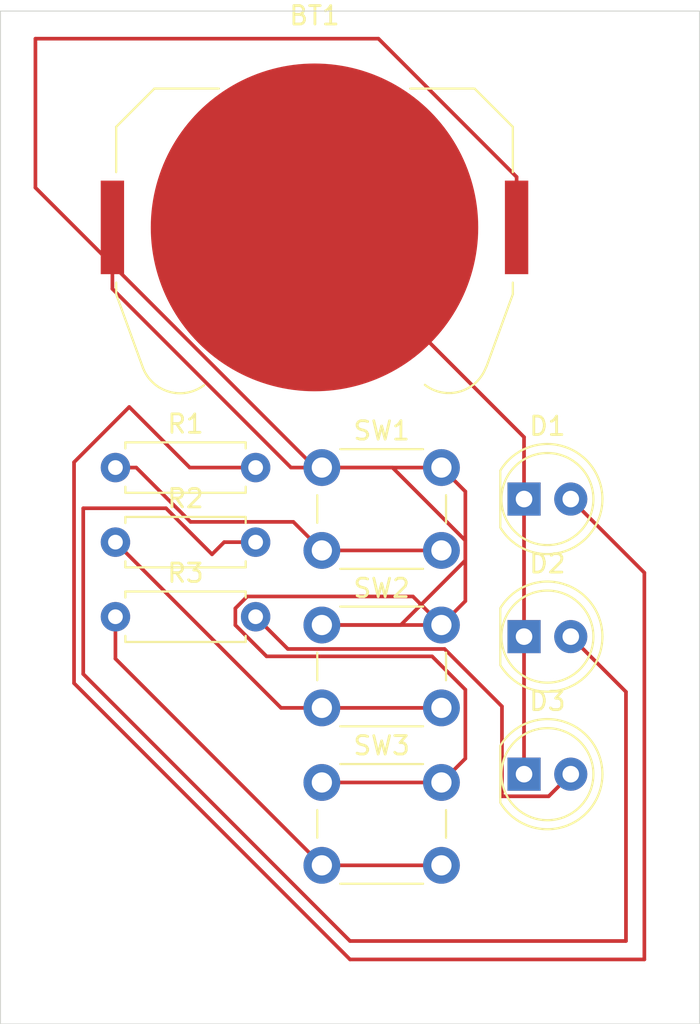
<source format=kicad_pcb>
(kicad_pcb (version 20241229) (generator "pcbnew") (generator_version "9.0")
  (layers (0 "F.Cu" signal) (2 "B.Cu" signal) (13 "F.Paste" user) (15 "B.Paste" user) (5 "F.SilkS" user "F.Silkscreen") (7 "B.SilkS" user "B.Silkscreen") (1 "F.Mask" user) (3 "B.Mask" user) (25 "Edge.Cuts" user))
  (net 0 "")
  (net 1 "Net-(BT1-+)")
  (net 2 "Net-(BT1--)")
  (net 3 "Net-(D1-A)")
  (net 4 "Net-(D2-A)")
  (net 5 "Net-(D3-A)")
  (net 6 "Net-(R1-Pad1)")
  (net 7 "Net-(R2-Pad1)")
  (net 8 "Net-(R3-Pad1)")
  (footprint "Resistor_THT:R_Axial_DIN0207_L6.3mm_D2.5mm_P7.62mm_Horizontal" (layer "F.Cu") (at 138.75 95.79)
    (property "Reference" "R1" (at 3.81 -2.37 0) (layer "F.SilkS"))
    (property "Value" "R")
    (fp_line (start 0.54 -1.37) (end 7.08 -1.37) (stroke (width 0.12)) (layer "F.SilkS"))
    (fp_line (start 0.54 -1.04) (end 0.54 -1.37) (stroke (width 0.12)) (layer "F.SilkS"))
    (fp_line (start 0.54 1.04) (end 0.54 1.37) (stroke (width 0.12)) (layer "F.SilkS"))
    (fp_line (start 0.54 1.37) (end 7.08 1.37) (stroke (width 0.12)) (layer "F.SilkS"))
    (fp_line (start 7.08 -1.37) (end 7.08 -1.04) (stroke (width 0.12)) (layer "F.SilkS"))
    (fp_line (start 7.08 1.37) (end 7.08 1.04) (stroke (width 0.12)) (layer "F.SilkS"))
    (pad "1" thru_hole circle (at 0 0) (size 1.6 1.6) (drill 0.8) (layers "*.Cu" "*.Mask") (net 6 "Net-(R1-Pad1)"))
    (pad "2" thru_hole circle (at 7.62 0) (size 1.6 1.6) (drill 0.8) (layers "*.Cu" "*.Mask") (net 3 "Net-(D1-A)"))
  )
  (footprint "Battery:BatteryHolder_Keystone_3034_1x20mm" (layer "F.Cu") (at 149.57 82.748075)
    (property "Reference" "BT1" (at 0 -11.5 0) (layer "F.SilkS"))
    (property "Value" "Battery_Cell")
    (fp_line (start -10.78 -5.46) (end -10.78 -3) (stroke (width 0.12)) (layer "F.SilkS"))
    (fp_line (start -10.78 3) (end -10.78 3.63) (stroke (width 0.12)) (layer "F.SilkS"))
    (fp_line (start -10.78 3.63) (end -9.34 7.58) (stroke (width 0.12)) (layer "F.SilkS"))
    (fp_line (start -8.7 -7.54) (end -10.78 -5.46) (stroke (width 0.12)) (layer "F.SilkS"))
    (fp_line (start -5.2 -7.54) (end -8.7 -7.54) (stroke (width 0.12)) (layer "F.SilkS"))
    (fp_line (start 8.7 -7.54) (end 5.2 -7.54) (stroke (width 0.12)) (layer "F.SilkS"))
    (fp_line (start 8.7 -7.54) (end 10.78 -5.46) (stroke (width 0.12)) (layer "F.SilkS"))
    (fp_line (start 10.78 -5.46) (end 10.78 -3) (stroke (width 0.12)) (layer "F.SilkS"))
    (fp_line (start 10.78 3) (end 10.78 3.63) (stroke (width 0.12)) (layer "F.SilkS"))
    (fp_line (start 10.78 3.63) (end 9.34 7.58) (stroke (width 0.12)) (layer "F.SilkS"))
    (fp_arc (start -6.003354 8.56653) (mid -7.921654 8.918738) (end -9.34 7.58) (stroke (width 0.12)) (layer "F.SilkS"))
    (fp_arc (start 9.325243 7.588169) (mid 7.90634 8.911668) (end 6 8.55) (stroke (width 0.12)) (layer "F.SilkS"))
    (pad "1" smd rect (at -10.985 0) (size 1.27 5.08) (layers "F.Cu" "F.Mask" "F.Paste") (net 1 "Net-(BT1-+)"))
    (pad "1" smd rect (at 10.985 0) (size 1.27 5.08) (layers "F.Cu" "F.Mask" "F.Paste") (net 1 "Net-(BT1-+)"))
    (pad "2" smd circle (at 0 0) (size 17.8 17.8) (layers "F.Cu" "F.Mask") (net 2 "Net-(BT1--)"))
  )
  (footprint "LED_THT:LED_D5.0mm" (layer "F.Cu") (at 160.96 97.5)
    (property "Reference" "D1" (at 1.27 -3.96 0) (layer "F.SilkS"))
    (property "Value" "LED")
    (fp_line (start -1.29 -1.545) (end -1.29 1.545) (stroke (width 0.12)) (layer "F.SilkS"))
    (fp_arc (start -1.29 -1.54483) (mid 2.071779 -2.880495) (end 4.26 0) (stroke (width 0.12)) (layer "F.SilkS"))
    (fp_arc (start 4.26 0) (mid 2.071779 2.880495) (end -1.29 1.54483) (stroke (width 0.12)) (layer "F.SilkS"))
    (fp_circle (center 1.27 0) (end 3.77 0) (stroke (width 0.12)) (fill no) (layer "F.SilkS"))
    (pad "1" thru_hole rect (at 0 0) (size 1.8 1.8) (drill 0.9) (layers "*.Cu" "*.Mask") (net 2 "Net-(BT1--)"))
    (pad "2" thru_hole circle (at 2.54 0) (size 1.8 1.8) (drill 0.9) (layers "*.Cu" "*.Mask") (net 3 "Net-(D1-A)"))
  )
  (footprint "Resistor_THT:R_Axial_DIN0207_L6.3mm_D2.5mm_P7.62mm_Horizontal" (layer "F.Cu") (at 138.75 103.89)
    (property "Reference" "R3" (at 3.81 -2.37 0) (layer "F.SilkS"))
    (property "Value" "R")
    (fp_line (start 0.54 -1.37) (end 7.08 -1.37) (stroke (width 0.12)) (layer "F.SilkS"))
    (fp_line (start 0.54 -1.04) (end 0.54 -1.37) (stroke (width 0.12)) (layer "F.SilkS"))
    (fp_line (start 0.54 1.04) (end 0.54 1.37) (stroke (width 0.12)) (layer "F.SilkS"))
    (fp_line (start 0.54 1.37) (end 7.08 1.37) (stroke (width 0.12)) (layer "F.SilkS"))
    (fp_line (start 7.08 -1.37) (end 7.08 -1.04) (stroke (width 0.12)) (layer "F.SilkS"))
    (fp_line (start 7.08 1.37) (end 7.08 1.04) (stroke (width 0.12)) (layer "F.SilkS"))
    (pad "1" thru_hole circle (at 0 0) (size 1.6 1.6) (drill 0.8) (layers "*.Cu" "*.Mask") (net 8 "Net-(R3-Pad1)"))
    (pad "2" thru_hole circle (at 7.62 0) (size 1.6 1.6) (drill 0.8) (layers "*.Cu" "*.Mask") (net 5 "Net-(D3-A)"))
  )
  (footprint "Button_Switch_THT:SW_PUSH_6mm" (layer "F.Cu") (at 149.97 112.89)
    (property "Reference" "SW3" (at 3.25 -2 0) (layer "F.SilkS"))
    (property "Value" "SW_Push")
    (fp_line (start -0.25 1.5) (end -0.25 3) (stroke (width 0.12)) (layer "F.SilkS"))
    (fp_line (start 1 5.5) (end 5.5 5.5) (stroke (width 0.12)) (layer "F.SilkS"))
    (fp_line (start 5.5 -1) (end 1 -1) (stroke (width 0.12)) (layer "F.SilkS"))
    (fp_line (start 6.75 3) (end 6.75 1.5) (stroke (width 0.12)) (layer "F.SilkS"))
    (pad "1" thru_hole circle (at 0 0 90) (size 2 2) (drill 1.1) (layers "*.Cu" "*.Mask") (net 1 "Net-(BT1-+)"))
    (pad "1" thru_hole circle (at 6.5 0 90) (size 2 2) (drill 1.1) (layers "*.Cu" "*.Mask") (net 1 "Net-(BT1-+)"))
    (pad "2" thru_hole circle (at 0 4.5 90) (size 2 2) (drill 1.1) (layers "*.Cu" "*.Mask") (net 8 "Net-(R3-Pad1)"))
    (pad "2" thru_hole circle (at 6.5 4.5 90) (size 2 2) (drill 1.1) (layers "*.Cu" "*.Mask") (net 8 "Net-(R3-Pad1)"))
  )
  (footprint "LED_THT:LED_D5.0mm" (layer "F.Cu") (at 160.96 112.44)
    (property "Reference" "D3" (at 1.27 -3.96 0) (layer "F.SilkS"))
    (property "Value" "LED")
    (fp_line (start -1.29 -1.545) (end -1.29 1.545) (stroke (width 0.12)) (layer "F.SilkS"))
    (fp_arc (start -1.29 -1.54483) (mid 2.071779 -2.880495) (end 4.26 0) (stroke (width 0.12)) (layer "F.SilkS"))
    (fp_arc (start 4.26 0) (mid 2.071779 2.880495) (end -1.29 1.54483) (stroke (width 0.12)) (layer "F.SilkS"))
    (fp_circle (center 1.27 0) (end 3.77 0) (stroke (width 0.12)) (fill no) (layer "F.SilkS"))
    (pad "1" thru_hole rect (at 0 0) (size 1.8 1.8) (drill 0.9) (layers "*.Cu" "*.Mask") (net 2 "Net-(BT1--)"))
    (pad "2" thru_hole circle (at 2.54 0) (size 1.8 1.8) (drill 0.9) (layers "*.Cu" "*.Mask") (net 5 "Net-(D3-A)"))
  )
  (footprint "Resistor_THT:R_Axial_DIN0207_L6.3mm_D2.5mm_P7.62mm_Horizontal" (layer "F.Cu") (at 138.75 99.84)
    (property "Reference" "R2" (at 3.81 -2.37 0) (layer "F.SilkS"))
    (property "Value" "R")
    (fp_line (start 0.54 -1.37) (end 7.08 -1.37) (stroke (width 0.12)) (layer "F.SilkS"))
    (fp_line (start 0.54 -1.04) (end 0.54 -1.37) (stroke (width 0.12)) (layer "F.SilkS"))
    (fp_line (start 0.54 1.04) (end 0.54 1.37) (stroke (width 0.12)) (layer "F.SilkS"))
    (fp_line (start 0.54 1.37) (end 7.08 1.37) (stroke (width 0.12)) (layer "F.SilkS"))
    (fp_line (start 7.08 -1.37) (end 7.08 -1.04) (stroke (width 0.12)) (layer "F.SilkS"))
    (fp_line (start 7.08 1.37) (end 7.08 1.04) (stroke (width 0.12)) (layer "F.SilkS"))
    (pad "1" thru_hole circle (at 0 0) (size 1.6 1.6) (drill 0.8) (layers "*.Cu" "*.Mask") (net 7 "Net-(R2-Pad1)"))
    (pad "2" thru_hole circle (at 7.62 0) (size 1.6 1.6) (drill 0.8) (layers "*.Cu" "*.Mask") (net 4 "Net-(D2-A)"))
  )
  (footprint "Button_Switch_THT:SW_PUSH_6mm" (layer "F.Cu") (at 149.97 95.79)
    (property "Reference" "SW1" (at 3.25 -2 0) (layer "F.SilkS"))
    (property "Value" "SW_Push")
    (fp_line (start -0.25 1.5) (end -0.25 3) (stroke (width 0.12)) (layer "F.SilkS"))
    (fp_line (start 1 5.5) (end 5.5 5.5) (stroke (width 0.12)) (layer "F.SilkS"))
    (fp_line (start 5.5 -1) (end 1 -1) (stroke (width 0.12)) (layer "F.SilkS"))
    (fp_line (start 6.75 3) (end 6.75 1.5) (stroke (width 0.12)) (layer "F.SilkS"))
    (pad "1" thru_hole circle (at 0 0 90) (size 2 2) (drill 1.1) (layers "*.Cu" "*.Mask") (net 1 "Net-(BT1-+)"))
    (pad "1" thru_hole circle (at 6.5 0 90) (size 2 2) (drill 1.1) (layers "*.Cu" "*.Mask") (net 1 "Net-(BT1-+)"))
    (pad "2" thru_hole circle (at 0 4.5 90) (size 2 2) (drill 1.1) (layers "*.Cu" "*.Mask") (net 6 "Net-(R1-Pad1)"))
    (pad "2" thru_hole circle (at 6.5 4.5 90) (size 2 2) (drill 1.1) (layers "*.Cu" "*.Mask") (net 6 "Net-(R1-Pad1)"))
  )
  (footprint "LED_THT:LED_D5.0mm" (layer "F.Cu") (at 160.96 104.97)
    (property "Reference" "D2" (at 1.27 -3.96 0) (layer "F.SilkS"))
    (property "Value" "LED")
    (fp_line (start -1.29 -1.545) (end -1.29 1.545) (stroke (width 0.12)) (layer "F.SilkS"))
    (fp_arc (start -1.29 -1.54483) (mid 2.071779 -2.880495) (end 4.26 0) (stroke (width 0.12)) (layer "F.SilkS"))
    (fp_arc (start 4.26 0) (mid 2.071779 2.880495) (end -1.29 1.54483) (stroke (width 0.12)) (layer "F.SilkS"))
    (fp_circle (center 1.27 0) (end 3.77 0) (stroke (width 0.12)) (fill no) (layer "F.SilkS"))
    (pad "1" thru_hole rect (at 0 0) (size 1.8 1.8) (drill 0.9) (layers "*.Cu" "*.Mask") (net 2 "Net-(BT1--)"))
    (pad "2" thru_hole circle (at 2.54 0) (size 1.8 1.8) (drill 0.9) (layers "*.Cu" "*.Mask") (net 4 "Net-(D2-A)"))
  )
  (footprint "Button_Switch_THT:SW_PUSH_6mm" (layer "F.Cu") (at 149.97 104.34)
    (property "Reference" "SW2" (at 3.25 -2 0) (layer "F.SilkS"))
    (property "Value" "SW_Push")
    (fp_line (start -0.25 1.5) (end -0.25 3) (stroke (width 0.12)) (layer "F.SilkS"))
    (fp_line (start 1 5.5) (end 5.5 5.5) (stroke (width 0.12)) (layer "F.SilkS"))
    (fp_line (start 5.5 -1) (end 1 -1) (stroke (width 0.12)) (layer "F.SilkS"))
    (fp_line (start 6.75 3) (end 6.75 1.5) (stroke (width 0.12)) (layer "F.SilkS"))
    (pad "1" thru_hole circle (at 0 0 90) (size 2 2) (drill 1.1) (layers "*.Cu" "*.Mask") (net 1 "Net-(BT1-+)"))
    (pad "1" thru_hole circle (at 6.5 0 90) (size 2 2) (drill 1.1) (layers "*.Cu" "*.Mask") (net 1 "Net-(BT1-+)"))
    (pad "2" thru_hole circle (at 0 4.5 90) (size 2 2) (drill 1.1) (layers "*.Cu" "*.Mask") (net 7 "Net-(R2-Pad1)"))
    (pad "2" thru_hole circle (at 6.5 4.5 90) (size 2 2) (drill 1.1) (layers "*.Cu" "*.Mask") (net 7 "Net-(R2-Pad1)"))
  )
  (gr_rect (start 132.5 71) (end 170.5 126) (stroke (width 0.05)) (fill no) (layer "Edge.Cuts"))
  (segment (start 156.76 95.5) (end 156.47 95.79) (width 0.2) (layer "F.Cu") (net 1))
  (segment (start 157.771 107.851108) (end 155.961892 106.042) (width 0.2) (layer "F.Cu") (net 1))
  (segment (start 160.555 80.008075) (end 160.555 82.748075) (width 0.2) (layer "F.Cu") (net 1))
  (segment (start 157.771 97.091) (end 156.47 95.79) (width 0.2) (layer "F.Cu") (net 1))
  (segment (start 156.47 95.79) (end 156.5 95.82) (width 0.2) (layer "F.Cu") (net 1))
  (segment (start 157.771 103.039) (end 157.771 97.091) (width 0.2) (layer "F.Cu") (net 1))
  (segment (start 154.259892 104.34) (end 149.97 104.34) (width 0.2) (layer "F.Cu") (net 1))
  (segment (start 155.961892 106.042) (end 146.96495 106.042) (width 0.2) (layer "F.Cu") (net 1))
  (segment (start 149.97 95.79) (end 148.29 95.79) (width 0.2) (layer "F.Cu") (net 1))
  (segment (start 156.47 95.79) (end 149.599746 95.79) (width 0.2) (layer "F.Cu") (net 1))
  (segment (start 157.771 99.751108) (end 157.771 100.828892) (width 0.2) (layer "F.Cu") (net 1))
  (segment (start 146.96495 106.042) (end 145.269 104.34605) (width 0.2) (layer "F.Cu") (net 1))
  (segment (start 156.47 112.89) (end 157.771 111.589) (width 0.2) (layer "F.Cu") (net 1))
  (segment (start 154.919 102.789) (end 156.47 104.34) (width 0.2) (layer "F.Cu") (net 1))
  (segment (start 148.29 95.79) (end 138.585 86.085) (width 0.2) (layer "F.Cu") (net 1))
  (segment (start 145.269 104.34605) (end 145.269 103.43395) (width 0.2) (layer "F.Cu") (net 1))
  (segment (start 153.046925 72.5) (end 160.555 80.008075) (width 0.2) (layer "F.Cu") (net 1))
  (segment (start 134.401 80.591254) (end 134.401 72.5) (width 0.2) (layer "F.Cu") (net 1))
  (segment (start 156.47 104.34) (end 157.771 103.039) (width 0.2) (layer "F.Cu") (net 1))
  (segment (start 157.771 100.828892) (end 154.259892 104.34) (width 0.2) (layer "F.Cu") (net 1))
  (segment (start 149.97 95.79) (end 153.809892 95.79) (width 0.2) (layer "F.Cu") (net 1))
  (segment (start 145.269 103.43395) (end 145.91395 102.789) (width 0.2) (layer "F.Cu") (net 1))
  (segment (start 153.809892 95.79) (end 157.771 99.751108) (width 0.2) (layer "F.Cu") (net 1))
  (segment (start 134.401 72.5) (end 153.046925 72.5) (width 0.2) (layer "F.Cu") (net 1))
  (segment (start 156.76 95.5) (end 157 95.5) (width 0.2) (layer "F.Cu") (net 1))
  (segment (start 157.771 111.589) (end 157.771 107.851108) (width 0.2) (layer "F.Cu") (net 1))
  (segment (start 149.97 104.34) (end 156.47 104.34) (width 0.2) (layer "F.Cu") (net 1))
  (segment (start 138.585 86.085) (end 138.585 82.748075) (width 0.2) (layer "F.Cu") (net 1))
  (segment (start 145.91395 102.789) (end 154.919 102.789) (width 0.2) (layer "F.Cu") (net 1))
  (segment (start 149.599746 95.79) (end 134.401 80.591254) (width 0.2) (layer "F.Cu") (net 1))
  (segment (start 149.97 112.89) (end 156.47 112.89) (width 0.2) (layer "F.Cu") (net 1))
  (segment (start 156.5 95.82) (end 156.5 96) (width 0.2) (layer "F.Cu") (net 1))
  (via (at 156.47 104.34) (size 0.6) (drill 0.3) (layers "F.Cu" "B.Cu") (net 1))
  (segment (start 160.96 97.5) (end 160.96 94.138075) (width 0.2) (layer "F.Cu") (net 2))
  (segment (start 160.96 104.97) (end 160.96 112.44) (width 0.2) (layer "F.Cu") (net 2))
  (segment (start 160.96 97.5) (end 160.96 104.97) (width 0.2) (layer "F.Cu") (net 2))
  (segment (start 160.96 94.138075) (end 149.57 82.748075) (width 0.2) (layer "F.Cu") (net 2))
  (segment (start 136.5 95.5) (end 139.5 92.5) (width 0.2) (layer "F.Cu") (net 3))
  (segment (start 142.79 95.79) (end 146.37 95.79) (width 0.2) (layer "F.Cu") (net 3))
  (segment (start 139.5 92.5) (end 142.79 95.79) (width 0.2) (layer "F.Cu") (net 3))
  (segment (start 163.5 97.5) (end 167.5 101.5) (width 0.2) (layer "F.Cu") (net 3))
  (segment (start 151.5 122.5) (end 136.5 107.5) (width 0.2) (layer "F.Cu") (net 3))
  (segment (start 167.5 101.5) (end 167.5 122.5) (width 0.2) (layer "F.Cu") (net 3))
  (segment (start 136.5 107.5) (end 136.5 95.5) (width 0.2) (layer "F.Cu") (net 3))
  (segment (start 167.5 122.5) (end 151.5 122.5) (width 0.2) (layer "F.Cu") (net 3))
  (segment (start 151.5 121.5) (end 137 107) (width 0.2) (layer "F.Cu") (net 4))
  (segment (start 163.5 104.97) (end 166.5 107.97) (width 0.2) (layer "F.Cu") (net 4))
  (segment (start 144 100.5) (end 144.66 99.84) (width 0.2) (layer "F.Cu") (net 4))
  (segment (start 166.5 107.97) (end 166.5 121.5) (width 0.2) (layer "F.Cu") (net 4))
  (segment (start 166.5 121.5) (end 151.5 121.5) (width 0.2) (layer "F.Cu") (net 4))
  (segment (start 144.66 99.84) (end 146.37 99.84) (width 0.2) (layer "F.Cu") (net 4))
  (segment (start 141.5 98) (end 144 100.5) (width 0.2) (layer "F.Cu") (net 4))
  (segment (start 137 107) (end 137 98) (width 0.2) (layer "F.Cu") (net 4))
  (segment (start 137 98) (end 141.5 98) (width 0.2) (layer "F.Cu") (net 4))
  (segment (start 162.299 113.641) (end 163.5 112.44) (width 0.2) (layer "F.Cu") (net 5))
  (segment (start 159.759 113.641) (end 162.299 113.641) (width 0.2) (layer "F.Cu") (net 5))
  (segment (start 156.641 105.641) (end 159.759 108.759) (width 0.2) (layer "F.Cu") (net 5))
  (segment (start 148.121 105.641) (end 156.641 105.641) (width 0.2) (layer "F.Cu") (net 5))
  (segment (start 159.759 108.759) (end 159.759 113.641) (width 0.2) (layer "F.Cu") (net 5))
  (segment (start 146.37 103.89) (end 148.121 105.641) (width 0.2) (layer "F.Cu") (net 5))
  (segment (start 149.97 100.29) (end 156.47 100.29) (width 0.2) (layer "F.Cu") (net 6))
  (segment (start 142.83037 98.739) (end 139.88137 95.79) (width 0.2) (layer "F.Cu") (net 6))
  (segment (start 149.97 100.29) (end 148.419 98.739) (width 0.2) (layer "F.Cu") (net 6))
  (segment (start 139.88137 95.79) (end 138.75 95.79) (width 0.2) (layer "F.Cu") (net 6))
  (segment (start 148.419 98.739) (end 142.83037 98.739) (width 0.2) (layer "F.Cu") (net 6))
  (segment (start 147.75 108.84) (end 149.97 108.84) (width 0.2) (layer "F.Cu") (net 7))
  (segment (start 149.97 108.84) (end 156.47 108.84) (width 0.2) (layer "F.Cu") (net 7))
  (segment (start 138.75 99.84) (end 147.75 108.84) (width 0.2) (layer "F.Cu") (net 7))
  (segment (start 138.75 106.17) (end 138.75 103.89) (width 0.2) (layer "F.Cu") (net 8))
  (segment (start 149.97 117.39) (end 138.75 106.17) (width 0.2) (layer "F.Cu") (net 8))
  (segment (start 156.47 117.39) (end 149.97 117.39) (width 0.2) (layer "F.Cu") (net 8))
)
</source>
